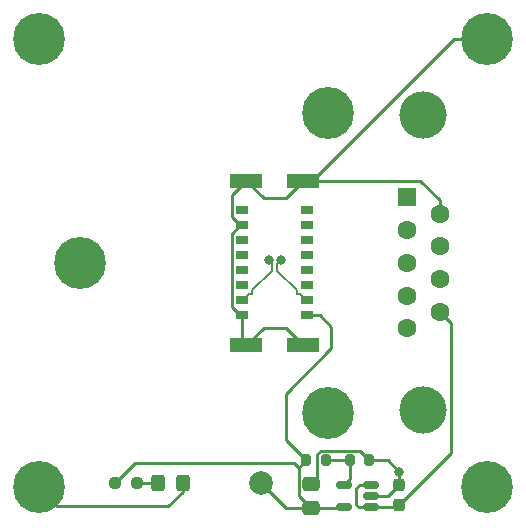
<source format=gbr>
%TF.GenerationSoftware,KiCad,Pcbnew,7.0.11-rc3*%
%TF.CreationDate,2025-03-16T23:28:07+08:00*%
%TF.ProjectId,imu-base,696d752d-6261-4736-952e-6b696361645f,rev?*%
%TF.SameCoordinates,Original*%
%TF.FileFunction,Copper,L1,Top*%
%TF.FilePolarity,Positive*%
%FSLAX46Y46*%
G04 Gerber Fmt 4.6, Leading zero omitted, Abs format (unit mm)*
G04 Created by KiCad (PCBNEW 7.0.11-rc3) date 2025-03-16 23:28:07*
%MOMM*%
%LPD*%
G01*
G04 APERTURE LIST*
G04 Aperture macros list*
%AMRoundRect*
0 Rectangle with rounded corners*
0 $1 Rounding radius*
0 $2 $3 $4 $5 $6 $7 $8 $9 X,Y pos of 4 corners*
0 Add a 4 corners polygon primitive as box body*
4,1,4,$2,$3,$4,$5,$6,$7,$8,$9,$2,$3,0*
0 Add four circle primitives for the rounded corners*
1,1,$1+$1,$2,$3*
1,1,$1+$1,$4,$5*
1,1,$1+$1,$6,$7*
1,1,$1+$1,$8,$9*
0 Add four rect primitives between the rounded corners*
20,1,$1+$1,$2,$3,$4,$5,0*
20,1,$1+$1,$4,$5,$6,$7,0*
20,1,$1+$1,$6,$7,$8,$9,0*
20,1,$1+$1,$8,$9,$2,$3,0*%
G04 Aperture macros list end*
%TA.AperFunction,SMDPad,CuDef*%
%ADD10RoundRect,0.200000X-0.200000X-0.275000X0.200000X-0.275000X0.200000X0.275000X-0.200000X0.275000X0*%
%TD*%
%TA.AperFunction,SMDPad,CuDef*%
%ADD11RoundRect,0.237500X-0.250000X-0.237500X0.250000X-0.237500X0.250000X0.237500X-0.250000X0.237500X0*%
%TD*%
%TA.AperFunction,ComponentPad*%
%ADD12C,4.400000*%
%TD*%
%TA.AperFunction,SMDPad,CuDef*%
%ADD13RoundRect,0.200000X0.200000X0.275000X-0.200000X0.275000X-0.200000X-0.275000X0.200000X-0.275000X0*%
%TD*%
%TA.AperFunction,SMDPad,CuDef*%
%ADD14RoundRect,0.250000X0.475000X-0.337500X0.475000X0.337500X-0.475000X0.337500X-0.475000X-0.337500X0*%
%TD*%
%TA.AperFunction,ComponentPad*%
%ADD15C,2.000000*%
%TD*%
%TA.AperFunction,ComponentPad*%
%ADD16C,4.000000*%
%TD*%
%TA.AperFunction,ComponentPad*%
%ADD17R,1.600000X1.600000*%
%TD*%
%TA.AperFunction,ComponentPad*%
%ADD18C,1.600000*%
%TD*%
%TA.AperFunction,SMDPad,CuDef*%
%ADD19R,1.100000X0.800000*%
%TD*%
%TA.AperFunction,SMDPad,CuDef*%
%ADD20R,2.750000X1.200000*%
%TD*%
%TA.AperFunction,SMDPad,CuDef*%
%ADD21RoundRect,0.237500X0.237500X-0.300000X0.237500X0.300000X-0.237500X0.300000X-0.237500X-0.300000X0*%
%TD*%
%TA.AperFunction,SMDPad,CuDef*%
%ADD22RoundRect,0.150000X0.512500X0.150000X-0.512500X0.150000X-0.512500X-0.150000X0.512500X-0.150000X0*%
%TD*%
%TA.AperFunction,SMDPad,CuDef*%
%ADD23RoundRect,0.250000X0.325000X0.450000X-0.325000X0.450000X-0.325000X-0.450000X0.325000X-0.450000X0*%
%TD*%
%TA.AperFunction,ViaPad*%
%ADD24C,0.800000*%
%TD*%
%TA.AperFunction,Conductor*%
%ADD25C,0.250000*%
%TD*%
%TA.AperFunction,Conductor*%
%ADD26C,0.200000*%
%TD*%
G04 APERTURE END LIST*
D10*
%TO.P,R4,1*%
%TO.N,+12V*%
X98685440Y-74712500D03*
%TO.P,R4,2*%
%TO.N,Net-(U1-ADJ)*%
X100335440Y-74712500D03*
%TD*%
D11*
%TO.P,R1,1*%
%TO.N,+12V*%
X82487500Y-76600000D03*
%TO.P,R1,2*%
%TO.N,Net-(D1-A)*%
X84312500Y-76600000D03*
%TD*%
D12*
%TO.P,H7,1,1*%
%TO.N,GND*%
X75999999Y-39000000D03*
%TD*%
%TO.P,H1,1,1*%
%TO.N,unconnected-(H1-Pad1)*%
X79500000Y-58000000D03*
%TD*%
%TO.P,H4,1,1*%
%TO.N,GND*%
X75999999Y-77000000D03*
%TD*%
D13*
%TO.P,R2,1*%
%TO.N,GND*%
X103997940Y-74712500D03*
%TO.P,R2,2*%
%TO.N,Net-(U1-ADJ)*%
X102347940Y-74712500D03*
%TD*%
D14*
%TO.P,C3,1*%
%TO.N,+12V*%
X99110440Y-78787500D03*
%TO.P,C3,2*%
%TO.N,GND*%
X99110440Y-76712500D03*
%TD*%
D15*
%TO.P,TP1,1,1*%
%TO.N,+12V*%
X94800000Y-76600000D03*
%TD*%
D16*
%TO.P,J2,0,PAD*%
%TO.N,unconnected-(J2-PAD-Pad0)*%
X108580000Y-70490000D03*
X108580000Y-45490000D03*
D17*
%TO.P,J2,1,1*%
%TO.N,unconnected-(J2-Pad1)*%
X107160000Y-52450000D03*
D18*
%TO.P,J2,2,2*%
%TO.N,CAN_P*%
X107160000Y-55220000D03*
%TO.P,J2,3,3*%
%TO.N,GND*%
X107160000Y-57990000D03*
%TO.P,J2,4,4*%
%TO.N,unconnected-(J2-Pad4)*%
X107160000Y-60760000D03*
%TO.P,J2,5,5*%
%TO.N,unconnected-(J2-Pad5)*%
X107160000Y-63530000D03*
%TO.P,J2,6,6*%
%TO.N,GND*%
X110000000Y-53835000D03*
%TO.P,J2,7,7*%
%TO.N,CAN_N*%
X110000000Y-56605000D03*
%TO.P,J2,8,8*%
%TO.N,unconnected-(J2-Pad8)*%
X110000000Y-59375000D03*
%TO.P,J2,9,9*%
%TO.N,VDC*%
X110000000Y-62145000D03*
%TD*%
D12*
%TO.P,H3,1,1*%
%TO.N,unconnected-(H3-Pad1)*%
X100500000Y-45300000D03*
%TD*%
%TO.P,H5,1,1*%
%TO.N,GND*%
X114000000Y-77000000D03*
%TD*%
%TO.P,H2,1,1*%
%TO.N,unconnected-(H2-Pad1)*%
X100500000Y-70700000D03*
%TD*%
D19*
%TO.P,J1,A1,A1*%
%TO.N,+12V*%
X98750000Y-62445000D03*
%TO.P,J1,A2,A2*%
%TO.N,CAN_P*%
X98750000Y-61175000D03*
%TO.P,J1,A3,A3*%
%TO.N,unconnected-(J1-PadA3)*%
X98750000Y-59905000D03*
%TO.P,J1,A4,A4*%
%TO.N,unconnected-(J1-PadA4)*%
X98750000Y-58635000D03*
%TO.P,J1,A5,A5*%
%TO.N,unconnected-(J1-PadA5)*%
X98750000Y-57365000D03*
%TO.P,J1,A6,A6*%
%TO.N,unconnected-(J1-PadA6)*%
X98750000Y-56095000D03*
%TO.P,J1,A7,A7*%
%TO.N,unconnected-(J1-PadA7)*%
X98750000Y-54825000D03*
%TO.P,J1,A8,A8*%
%TO.N,unconnected-(J1-PadA8)*%
X98750000Y-53555000D03*
%TO.P,J1,B1,B1*%
%TO.N,GND*%
X93250000Y-62445000D03*
%TO.P,J1,B2,B2*%
%TO.N,CAN_N*%
X93250000Y-61175000D03*
%TO.P,J1,B3,B3*%
%TO.N,unconnected-(J1-PadB3)*%
X93250000Y-59905000D03*
%TO.P,J1,B4,B4*%
%TO.N,unconnected-(J1-PadB4)*%
X93250000Y-58635000D03*
%TO.P,J1,B5,B5*%
%TO.N,unconnected-(J1-PadB5)*%
X93250000Y-57365000D03*
%TO.P,J1,B6,B6*%
%TO.N,unconnected-(J1-PadB6)*%
X93250000Y-56095000D03*
%TO.P,J1,B7,B7*%
%TO.N,GND*%
X93250000Y-54825000D03*
%TO.P,J1,B8,B8*%
%TO.N,unconnected-(J1-PadB8)*%
X93250000Y-53555000D03*
D20*
%TO.P,J1,MP1,MP1*%
%TO.N,GND*%
X93575000Y-64955000D03*
%TO.P,J1,MP2,MP2*%
X98425000Y-64955000D03*
%TO.P,J1,MP3,MP3*%
X98425000Y-51045000D03*
%TO.P,J1,MP4,MP4*%
X93575000Y-51045000D03*
%TD*%
D21*
%TO.P,C1,1*%
%TO.N,VDC*%
X106510440Y-78512500D03*
%TO.P,C1,2*%
%TO.N,GND*%
X106510440Y-76787500D03*
%TD*%
D22*
%TO.P,U1,1,VIN*%
%TO.N,VDC*%
X104110440Y-78662500D03*
%TO.P,U1,2,GND*%
%TO.N,GND*%
X104110440Y-77712500D03*
%TO.P,U1,3,EN*%
%TO.N,VDC*%
X104110440Y-76762500D03*
%TO.P,U1,4,ADJ*%
%TO.N,Net-(U1-ADJ)*%
X101835440Y-76762500D03*
%TO.P,U1,5,VOUT*%
%TO.N,+12V*%
X101835440Y-78662500D03*
%TD*%
D12*
%TO.P,H6,1,1*%
%TO.N,GND*%
X114000000Y-39000000D03*
%TD*%
D23*
%TO.P,D1,1,K*%
%TO.N,GND*%
X88200000Y-76600000D03*
%TO.P,D1,2,A*%
%TO.N,Net-(D1-A)*%
X86150000Y-76600000D03*
%TD*%
D24*
%TO.N,GND*%
X106510440Y-75662500D03*
%TO.N,CAN_P*%
X96525000Y-57750000D03*
%TO.N,CAN_N*%
X95475000Y-57750000D03*
%TD*%
D25*
%TO.N,GND*%
X111200000Y-39000000D02*
X114000000Y-39000000D01*
X96950000Y-52520000D02*
X98425000Y-51045000D01*
X95050000Y-63480000D02*
X96950000Y-63480000D01*
X92375000Y-52245000D02*
X93575000Y-51045000D01*
X99110440Y-76712500D02*
X99610440Y-76212500D01*
X103997940Y-74712500D02*
X105560440Y-74712500D01*
X95050000Y-52520000D02*
X96950000Y-52520000D01*
X110000000Y-53835000D02*
X110000000Y-52703630D01*
X92375000Y-55550000D02*
X92375000Y-61720000D01*
X92375000Y-61720000D02*
X93100000Y-62445000D01*
X93250000Y-54825000D02*
X93100000Y-54825000D01*
X93575000Y-64955000D02*
X95050000Y-63480000D01*
X105585440Y-77712500D02*
X106510440Y-76787500D01*
X96950000Y-63480000D02*
X98425000Y-64955000D01*
X75999999Y-77000000D02*
X77599999Y-78600000D01*
X87000000Y-78600000D02*
X88200000Y-77400000D01*
X93100000Y-62445000D02*
X93250000Y-62445000D01*
X99155000Y-51045000D02*
X111200000Y-39000000D01*
X93100000Y-54825000D02*
X92375000Y-54100000D01*
X98425000Y-51045000D02*
X99155000Y-51045000D01*
X93575000Y-51045000D02*
X95050000Y-52520000D01*
X103997940Y-74712500D02*
X103197940Y-73912500D01*
X104110440Y-77712500D02*
X105585440Y-77712500D01*
X92375000Y-54100000D02*
X92375000Y-52245000D01*
X99610440Y-76212500D02*
X99610440Y-74700000D01*
X77599999Y-78600000D02*
X87000000Y-78600000D01*
X110000000Y-52703630D02*
X108341370Y-51045000D01*
X105560440Y-74712500D02*
X106510440Y-75662500D01*
X93250000Y-62445000D02*
X93250000Y-64630000D01*
X99912436Y-73912500D02*
X99610440Y-74214496D01*
X93100000Y-54825000D02*
X92375000Y-55550000D01*
X99610440Y-74214496D02*
X99610440Y-74700000D01*
X93250000Y-64630000D02*
X93575000Y-64955000D01*
X106510440Y-76787500D02*
X106510440Y-75662500D01*
X88200000Y-77400000D02*
X88200000Y-76600000D01*
X103197940Y-73912500D02*
X99912436Y-73912500D01*
X99610440Y-74700000D02*
X99610440Y-74162500D01*
X108341370Y-51045000D02*
X98425000Y-51045000D01*
%TO.N,VDC*%
X104110440Y-78662500D02*
X106360440Y-78662500D01*
X103110440Y-78662500D02*
X104110440Y-78662500D01*
X102910440Y-78462500D02*
X103110440Y-78662500D01*
X110905000Y-63050000D02*
X110905000Y-74117940D01*
X106360440Y-78662500D02*
X106510440Y-78512500D01*
X110000000Y-62145000D02*
X110905000Y-63050000D01*
X104110440Y-76762500D02*
X103210440Y-76762500D01*
X102910440Y-77062500D02*
X102910440Y-78462500D01*
X103210440Y-76762500D02*
X102910440Y-77062500D01*
X110905000Y-74117940D02*
X106510440Y-78512500D01*
%TO.N,+12V*%
X98060440Y-75337500D02*
X97622940Y-74900000D01*
X100800000Y-65205000D02*
X100800000Y-63400000D01*
X98060440Y-77737500D02*
X98060440Y-75337500D01*
X100800000Y-63400000D02*
X99845000Y-62445000D01*
X99110440Y-78787500D02*
X101710440Y-78787500D01*
X98685440Y-74712500D02*
X96929110Y-72956170D01*
X98060440Y-75337500D02*
X98685440Y-74712500D01*
X99110440Y-78787500D02*
X98060440Y-77737500D01*
X84187500Y-74900000D02*
X82487500Y-76600000D01*
X96929110Y-72956170D02*
X96929110Y-69075890D01*
X96987500Y-78787500D02*
X94800000Y-76600000D01*
X97622940Y-74900000D02*
X84187500Y-74900000D01*
X101710440Y-78787500D02*
X101835440Y-78662500D01*
X99110440Y-78787500D02*
X96987500Y-78787500D01*
X99845000Y-62445000D02*
X98750000Y-62445000D01*
X96929110Y-69075890D02*
X100800000Y-65205000D01*
X98797940Y-79100000D02*
X99110440Y-78787500D01*
%TO.N,Net-(D1-A)*%
X84312500Y-76600000D02*
X86150000Y-76600000D01*
D26*
%TO.N,CAN_P*%
X96225001Y-58650001D02*
X96225001Y-58049999D01*
X97900000Y-60605000D02*
X97900000Y-60325000D01*
X98180000Y-60605000D02*
X97900000Y-60605000D01*
X97900000Y-60325000D02*
X96225001Y-58650001D01*
X98750000Y-61175000D02*
X98180000Y-60605000D01*
X96225001Y-58049999D02*
X96525000Y-57750000D01*
%TO.N,CAN_N*%
X94100000Y-60325000D02*
X95774999Y-58650001D01*
X95774999Y-58049999D02*
X95475000Y-57750000D01*
X95774999Y-58650001D02*
X95774999Y-58049999D01*
X93820000Y-60605000D02*
X94100000Y-60605000D01*
X94100000Y-60605000D02*
X94100000Y-60325000D01*
X93250000Y-61175000D02*
X93820000Y-60605000D01*
D25*
%TO.N,Net-(U1-ADJ)*%
X102347940Y-74712500D02*
X102347940Y-76250000D01*
X100335440Y-74712500D02*
X102347940Y-74712500D01*
X102347940Y-76250000D02*
X101835440Y-76762500D01*
%TD*%
M02*

</source>
